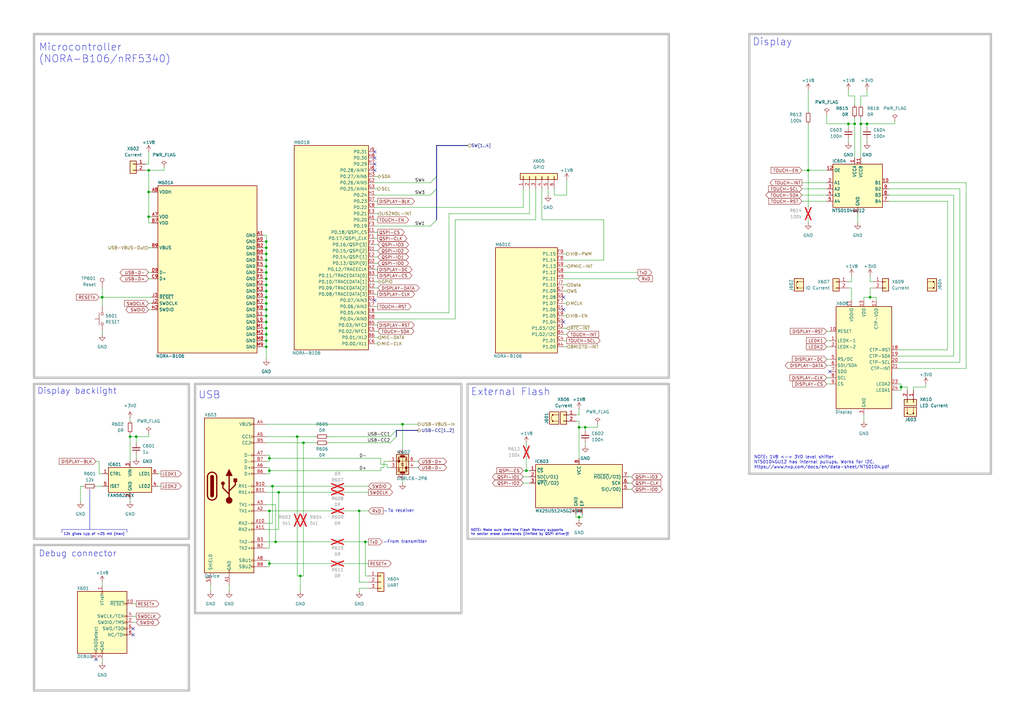
<source format=kicad_sch>
(kicad_sch (version 20250114) (generator "eeschema") (generator_version "9.0")
  (paper "A3")
  (title_block (title "MCU") (date "2025-07-13") (rev "${REVISION}") (company "${COMPANY}"))
  (text "From transmitter" (at 167.005 222.25 0) (effects (font (size 1.27 1.27))))
  (text "To receiver" (at 164.465 209.55 0) (effects (font (size 1.27 1.27))))
  (text "12k gives I_{LED} of <25 mA (max)" (at 26.035 219.71 0) (effects (font (size 1 1)) (justify left bottom)))
  (text "NOTE: Make sure that the Flash Memory supports\n4k sector erase commands (limited by QSPI driver)!" (at 193.04 219.71 0) (effects (font (size 1 1)) (justify left bottom)))
  (text "Display backlight" (at 15.24 161.925 0) (effects (font (size 2.5 2.5)) (justify left bottom)))
  (text "Display" (at 308.61 19.05 0) (effects (font (size 3 3)) (justify left bottom)))
  (text "Debug connector" (at 15.875 228.6 0) (effects (font (size 2.5 2.5)) (justify left bottom)))
  (text "USB" (at 81.28 163.83 0) (effects (font (size 3 3)) (justify left bottom)))
  (text "NOTE: 1V8 <-> 3V0 level shifter\nNTS0104GU12 has internal pullups. Works for I2C.\nhttps://www.nxp.com/docs/en/data-sheet/NTS0104.pdf" (at 309.245 192.405 0) (effects (font (size 1.27 1.27)) (justify left bottom)))
  (text "Microcontroller\n(NORA-B106/nRF5340)" (at 15.875 26.035 0) (effects (font (size 3 3)) (justify left bottom)))
  (text "External Flash" (at 193.04 162.56 0) (effects (font (size 3 3)) (justify left bottom)))
  (junction (at 109.22 124.46))
  (junction (at 109.22 109.22))
  (junction (at 124.46 181.61))
  (junction (at 109.22 101.6))
  (junction (at 109.22 132.08))
  (junction (at 110.49 187.96))
  (junction (at 109.22 116.84))
  (junction (at 215.9 193.04))
  (junction (at 240.03 175.26))
  (junction (at 109.22 114.3))
  (junction (at 109.22 139.7))
  (junction (at 147.32 209.55))
  (junction (at 347.98 50.8))
  (junction (at 60.96 69.85))
  (junction (at 109.22 111.76))
  (junction (at 53.34 179.07))
  (junction (at 113.03 222.25))
  (junction (at 109.22 142.24))
  (junction (at 353.06 50.8))
  (junction (at 111.76 199.39))
  (junction (at 109.22 106.68))
  (junction (at 109.22 119.38))
  (junction (at 121.92 179.07))
  (junction (at 109.22 129.54))
  (junction (at 109.22 99.06))
  (junction (at 109.22 121.92))
  (junction (at 149.86 222.25))
  (junction (at 55.88 179.07))
  (junction (at 165.1 173.99))
  (junction (at 350.52 50.8))
  (junction (at 123.19 236.22))
  (junction (at 109.22 137.16))
  (junction (at 41.91 121.92))
  (junction (at 369.57 158.75))
  (junction (at 110.49 231.14))
  (junction (at 60.96 78.74))
  (junction (at 109.22 134.62))
  (junction (at 331.47 69.85))
  (junction (at 237.49 175.26))
  (junction (at 110.49 209.55))
  (junction (at 109.22 127))
  (junction (at 109.22 104.14))
  (junction (at 60.96 88.9))
  (junction (at 356.87 121.92))
  (junction (at 110.49 193.04))
  (junction (at 355.6 50.8))
  (junction (at 237.49 212.09))
  (junction (at 114.3 201.93))
  (no_connect (at 340.36 152.4))
  (no_connect (at 153.67 67.31))
  (no_connect (at 231.14 127))
  (no_connect (at 153.67 69.85))
  (no_connect (at 153.67 123.19))
  (no_connect (at 153.67 62.23))
  (no_connect (at 54.61 260.35))
  (no_connect (at 231.14 121.92))
  (no_connect (at 153.67 64.77))
  (no_connect (at 39.37 270.51))
  (no_connect (at 231.14 132.08))
  (no_connect (at 54.61 257.81))
  (bus_entry (at 179.07 72.39) (size -2.54 2.54))
  (bus_entry (at 160.02 181.61) (size 2.54 -2.54))
  (bus_entry (at 179.07 90.17) (size -2.54 2.54))
  (bus_entry (at 160.02 179.07) (size 2.54 -2.54))
  (bus_entry (at 179.07 77.47) (size -2.54 2.54))
  (wire (pts (xy 354.33 170.18) (xy 354.33 172.72)))
  (wire (pts (xy 237.49 172.72) (xy 237.49 175.26)))
  (wire (pts (xy 41.91 199.39) (xy 39.37 199.39)))
  (wire (pts (xy 40.64 194.31) (xy 40.64 189.23)))
  (wire (pts (xy 339.09 147.32) (xy 340.36 147.32)))
  (wire (pts (xy 140.97 209.55) (xy 147.32 209.55)))
  (wire (pts (xy 55.88 179.07) (xy 55.88 181.61)))
  (wire (pts (xy 55.88 179.07) (xy 53.34 179.07)))
  (wire (pts (xy 110.49 232.41) (xy 109.22 232.41)))
  (wire (pts (xy 240.03 175.26) (xy 240.03 176.53)))
  (wire (pts (xy 55.88 186.69) (xy 55.88 187.96)))
  (wire (pts (xy 349.25 113.03) (xy 349.25 115.57)))
  (wire (pts (xy 186.69 90.17) (xy 186.69 130.81)))
  (wire (pts (xy 153.67 140.97) (xy 154.94 140.97)))
  (polyline (pts (xy 52.07 217.17) (xy 52.07 218.44)))
  (wire (pts (xy 109.22 222.25) (xy 113.03 222.25)))
  (wire (pts (xy 149.86 236.22) (xy 149.86 222.25)))
  (wire (pts (xy 353.06 48.26) (xy 353.06 50.8)))
  (wire (pts (xy 339.09 139.7) (xy 340.36 139.7)))
  (wire (pts (xy 109.22 142.24) (xy 109.22 147.32)))
  (wire (pts (xy 339.09 46.99) (xy 339.09 50.8)))
  (polyline (pts (xy 274.32 13.97) (xy 13.97 13.97)) (stroke (width 1) (type solid) (color 194 194 194 1)))
  (wire (pts (xy 41.91 121.92) (xy 41.91 125.73)))
  (wire (pts (xy 391.16 80.01) (xy 391.16 146.05)))
  (wire (pts (xy 147.32 209.55) (xy 151.13 209.55)))
  (wire (pts (xy 240.03 181.61) (xy 240.03 182.88)))
  (wire (pts (xy 372.11 158.75) (xy 372.11 160.02)))
  (wire (pts (xy 109.22 99.06) (xy 109.22 101.6)))
  (wire (pts (xy 109.22 111.76) (xy 109.22 114.3)))
  (wire (pts (xy 60.96 62.23) (xy 60.96 67.31)))
  (wire (pts (xy 153.67 135.89) (xy 154.94 135.89)))
  (wire (pts (xy 121.92 179.07) (xy 121.92 210.82)))
  (wire (pts (xy 110.49 191.77) (xy 110.49 193.04)))
  (polyline (pts (xy 274.32 154.94) (xy 13.97 154.94)) (stroke (width 1) (type solid) (color 194 194 194 1)))
  (wire (pts (xy 153.67 113.03) (xy 154.94 113.03)))
  (wire (pts (xy 374.65 158.75) (xy 379.73 158.75)))
  (wire (pts (xy 53.34 171.45) (xy 53.34 172.72)))
  (wire (pts (xy 110.49 231.14) (xy 135.89 231.14)))
  (polyline (pts (xy 25.4 217.17) (xy 25.4 218.44)))
  (wire (pts (xy 67.31 69.85) (xy 67.31 68.58)))
  (wire (pts (xy 109.22 127) (xy 109.22 129.54)))
  (wire (pts (xy 238.76 210.82) (xy 238.76 212.09)))
  (wire (pts (xy 247.65 106.68) (xy 247.65 90.17)))
  (wire (pts (xy 369.57 160.02) (xy 369.57 158.75)))
  (wire (pts (xy 140.97 231.14) (xy 151.13 231.14)))
  (wire (pts (xy 368.3 151.13) (xy 396.24 151.13)))
  (wire (pts (xy 231.14 119.38) (xy 232.41 119.38)))
  (wire (pts (xy 214.63 77.47) (xy 214.63 85.09)))
  (wire (pts (xy 153.67 120.65) (xy 154.94 120.65)))
  (wire (pts (xy 109.22 209.55) (xy 110.49 209.55)))
  (wire (pts (xy 232.41 73.66) (xy 232.41 80.01)))
  (wire (pts (xy 231.14 137.16) (xy 232.41 137.16)))
  (wire (pts (xy 170.18 191.77) (xy 171.45 191.77)))
  (wire (pts (xy 328.93 82.55) (xy 339.09 82.55)))
  (wire (pts (xy 245.11 175.26) (xy 245.11 173.99)))
  (wire (pts (xy 147.32 241.3) (xy 151.13 241.3)))
  (wire (pts (xy 153.67 100.33) (xy 154.94 100.33)))
  (wire (pts (xy 153.67 115.57) (xy 154.94 115.57)))
  (wire (pts (xy 124.46 181.61) (xy 124.46 210.82)))
  (wire (pts (xy 153.67 82.55) (xy 154.94 82.55)))
  (wire (pts (xy 59.69 67.31) (xy 60.96 67.31)))
  (wire (pts (xy 111.76 214.63) (xy 111.76 199.39)))
  (wire (pts (xy 109.22 134.62) (xy 107.95 134.62)))
  (bus (pts (xy 179.07 72.39) (xy 179.07 77.47)))
  (polyline (pts (xy 38.1 217.17) (xy 25.4 217.17)))
  (wire (pts (xy 153.67 72.39) (xy 154.94 72.39)))
  (polyline (pts (xy 307.34 194.31) (xy 406.4 194.31)) (stroke (width 1) (type solid) (color 194 194 194 1)))
  (wire (pts (xy 153.67 80.01) (xy 176.53 80.01)))
  (polyline (pts (xy 36.83 200.66) (xy 36.83 207.01)))
  (wire (pts (xy 109.22 124.46) (xy 109.22 127)))
  (wire (pts (xy 109.22 173.99) (xy 165.1 173.99)))
  (wire (pts (xy 41.91 270.51) (xy 41.91 271.78)))
  (wire (pts (xy 109.22 137.16) (xy 109.22 139.7)))
  (polyline (pts (xy 274.32 157.48) (xy 274.32 220.98)) (stroke (width 1) (type solid) (color 194 194 194 1)))
  (wire (pts (xy 339.09 142.24) (xy 340.36 142.24)))
  (wire (pts (xy 151.13 236.22) (xy 149.86 236.22)))
  (polyline (pts (xy 406.4 194.31) (xy 406.4 13.97)) (stroke (width 1) (type solid) (color 194 194 194 1)))
  (wire (pts (xy 109.22 137.16) (xy 107.95 137.16)))
  (wire (pts (xy 339.09 50.8) (xy 347.98 50.8)))
  (wire (pts (xy 217.17 77.47) (xy 217.17 87.63)))
  (wire (pts (xy 236.22 210.82) (xy 236.22 212.09)))
  (wire (pts (xy 39.37 189.23) (xy 40.64 189.23)))
  (wire (pts (xy 331.47 69.85) (xy 339.09 69.85)))
  (wire (pts (xy 135.89 201.93) (xy 114.3 201.93)))
  (wire (pts (xy 237.49 167.64) (xy 237.49 170.18)))
  (wire (pts (xy 165.1 196.85) (xy 165.1 198.12)))
  (wire (pts (xy 60.96 124.46) (xy 62.23 124.46)))
  (wire (pts (xy 331.47 69.85) (xy 331.47 85.09)))
  (wire (pts (xy 231.14 111.76) (xy 261.62 111.76)))
  (wire (pts (xy 214.63 198.12) (xy 217.17 198.12)))
  (wire (pts (xy 231.14 134.62) (xy 232.41 134.62)))
  (wire (pts (xy 186.69 130.81) (xy 153.67 130.81)))
  (polyline (pts (xy 191.77 157.48) (xy 191.77 220.98)) (stroke (width 1) (type solid) (color 194 194 194 1)))
  (wire (pts (xy 149.86 222.25) (xy 151.13 222.25)))
  (wire (pts (xy 237.49 175.26) (xy 240.03 175.26)))
  (wire (pts (xy 109.22 217.17) (xy 114.3 217.17)))
  (wire (pts (xy 359.41 121.92) (xy 359.41 123.19)))
  (wire (pts (xy 53.34 204.47) (xy 53.34 205.74)))
  (wire (pts (xy 53.34 179.07) (xy 53.34 189.23)))
  (wire (pts (xy 356.87 113.03) (xy 356.87 115.57)))
  (polyline (pts (xy 80.01 157.48) (xy 189.23 157.48)) (stroke (width 1) (type solid) (color 194 194 194 1)))
  (wire (pts (xy 109.22 119.38) (xy 107.95 119.38)))
  (wire (pts (xy 217.17 87.63) (xy 184.15 87.63)))
  (wire (pts (xy 153.67 118.11) (xy 154.94 118.11)))
  (wire (pts (xy 237.49 212.09) (xy 238.76 212.09)))
  (wire (pts (xy 236.22 170.18) (xy 237.49 170.18)))
  (bus (pts (xy 191.77 59.69) (xy 179.07 59.69)))
  (wire (pts (xy 331.47 36.83) (xy 331.47 45.72)))
  (wire (pts (xy 129.54 181.61) (xy 124.46 181.61)))
  (wire (pts (xy 60.96 111.76) (xy 62.23 111.76)))
  (wire (pts (xy 109.22 121.92) (xy 109.22 124.46)))
  (wire (pts (xy 109.22 127) (xy 107.95 127)))
  (wire (pts (xy 109.22 186.69) (xy 110.49 186.69)))
  (wire (pts (xy 219.71 90.17) (xy 186.69 90.17)))
  (polyline (pts (xy 38.1 217.17) (xy 52.07 217.17)))
  (wire (pts (xy 60.96 88.9) (xy 60.96 78.74)))
  (wire (pts (xy 54.61 247.65) (xy 55.88 247.65)))
  (wire (pts (xy 110.49 187.96) (xy 156.21 187.96)))
  (wire (pts (xy 231.14 129.54) (xy 232.41 129.54)))
  (polyline (pts (xy 77.47 157.48) (xy 77.47 220.98)) (stroke (width 1) (type solid) (color 194 194 194 1)))
  (wire (pts (xy 396.24 74.93) (xy 364.49 74.93)))
  (wire (pts (xy 231.14 114.3) (xy 261.62 114.3)))
  (polyline (pts (xy 307.34 13.97) (xy 307.34 194.31)) (stroke (width 1) (type solid) (color 194 194 194 1)))
  (polyline (pts (xy 274.32 13.97) (xy 274.32 154.94)) (stroke (width 1) (type solid) (color 194 194 194 1)))
  (wire (pts (xy 109.22 111.76) (xy 107.95 111.76)))
  (wire (pts (xy 153.67 90.17) (xy 154.94 90.17)))
  (wire (pts (xy 135.89 199.39) (xy 111.76 199.39)))
  (wire (pts (xy 328.93 69.85) (xy 331.47 69.85)))
  (wire (pts (xy 109.22 116.84) (xy 109.22 119.38)))
  (wire (pts (xy 109.22 229.87) (xy 110.49 229.87)))
  (wire (pts (xy 109.22 191.77) (xy 110.49 191.77)))
  (wire (pts (xy 109.22 116.84) (xy 107.95 116.84)))
  (bus (pts (xy 162.56 179.07) (xy 162.56 176.53)))
  (polyline (pts (xy 274.32 157.48) (xy 191.77 157.48)) (stroke (width 1) (type solid) (color 194 194 194 1)))
  (wire (pts (xy 60.96 101.6) (xy 62.23 101.6)))
  (wire (pts (xy 393.7 77.47) (xy 393.7 148.59)))
  (wire (pts (xy 124.46 236.22) (xy 124.46 215.9)))
  (wire (pts (xy 358.14 115.57) (xy 356.87 115.57)))
  (wire (pts (xy 129.54 179.07) (xy 121.92 179.07)))
  (wire (pts (xy 153.67 97.79) (xy 154.94 97.79)))
  (wire (pts (xy 60.96 91.44) (xy 60.96 88.9)))
  (wire (pts (xy 60.96 69.85) (xy 67.31 69.85)))
  (wire (pts (xy 350.52 50.8) (xy 350.52 64.77)))
  (wire (pts (xy 231.14 116.84) (xy 232.41 116.84)))
  (wire (pts (xy 147.32 241.3) (xy 147.32 242.57)))
  (wire (pts (xy 110.49 193.04) (xy 110.49 194.31)))
  (wire (pts (xy 231.14 106.68) (xy 247.65 106.68)))
  (wire (pts (xy 158.75 191.77) (xy 160.02 191.77)))
  (wire (pts (xy 237.49 175.26) (xy 237.49 187.96)))
  (polyline (pts (xy 157.48 209.55) (xy 158.75 209.55)))
  (wire (pts (xy 109.22 96.52) (xy 109.22 99.06)))
  (wire (pts (xy 156.21 187.96) (xy 156.21 190.5)))
  (wire (pts (xy 153.67 74.93) (xy 176.53 74.93)))
  (polyline (pts (xy 274.32 220.98) (xy 191.77 220.98)) (stroke (width 1) (type solid) (color 194 194 194 1)))
  (wire (pts (xy 157.48 191.77) (xy 157.48 189.23)))
  (polyline (pts (xy 13.97 223.52) (xy 77.47 223.52)) (stroke (width 1) (type solid) (color 194 194 194 1)))
  (wire (pts (xy 111.76 199.39) (xy 109.22 199.39)))
  (wire (pts (xy 151.13 238.76) (xy 147.32 238.76)))
  (wire (pts (xy 153.67 87.63) (xy 154.94 87.63)))
  (wire (pts (xy 41.91 238.76) (xy 41.91 240.03)))
  (wire (pts (xy 110.49 193.04) (xy 156.21 193.04)))
  (wire (pts (xy 109.22 194.31) (xy 110.49 194.31)))
  (wire (pts (xy 55.88 179.07) (xy 60.96 179.07)))
  (wire (pts (xy 396.24 74.93) (xy 396.24 151.13)))
  (wire (pts (xy 109.22 104.14) (xy 107.95 104.14)))
  (polyline (pts (xy 189.23 157.48) (xy 189.23 251.46)) (stroke (width 1) (type solid) (color 194 194 194 1)))
  (wire (pts (xy 109.22 119.38) (xy 109.22 121.92)))
  (wire (pts (xy 54.61 255.27) (xy 55.88 255.27)))
  (wire (pts (xy 170.18 189.23) (xy 171.45 189.23)))
  (wire (pts (xy 109.22 96.52) (xy 107.95 96.52)))
  (wire (pts (xy 40.64 121.92) (xy 41.91 121.92)))
  (wire (pts (xy 110.49 231.14) (xy 110.49 232.41)))
  (polyline (pts (xy 77.47 157.48) (xy 13.97 157.48)) (stroke (width 1) (type solid) (color 194 194 194 1)))
  (wire (pts (xy 331.47 50.8) (xy 331.47 69.85)))
  (wire (pts (xy 215.9 193.04) (xy 217.17 193.04)))
  (wire (pts (xy 109.22 99.06) (xy 107.95 99.06)))
  (wire (pts (xy 109.22 129.54) (xy 109.22 132.08)))
  (wire (pts (xy 109.22 134.62) (xy 109.22 137.16)))
  (wire (pts (xy 110.49 229.87) (xy 110.49 231.14)))
  (wire (pts (xy 214.63 193.04) (xy 215.9 193.04)))
  (wire (pts (xy 369.57 158.75) (xy 369.57 157.48)))
  (wire (pts (xy 109.22 132.08) (xy 107.95 132.08)))
  (wire (pts (xy 64.77 199.39) (xy 66.04 199.39)))
  (wire (pts (xy 140.97 199.39) (xy 151.13 199.39)))
  (wire (pts (xy 124.46 181.61) (xy 109.22 181.61)))
  (wire (pts (xy 388.62 82.55) (xy 388.62 143.51)))
  (polyline (pts (xy 406.4 13.97) (xy 307.34 13.97)) (stroke (width 1) (type solid) (color 194 194 194 1)))
  (wire (pts (xy 214.63 195.58) (xy 217.17 195.58)))
  (wire (pts (xy 109.22 142.24) (xy 107.95 142.24)))
  (wire (pts (xy 59.69 69.85) (xy 60.96 69.85)))
  (bus (pts (xy 179.07 59.69) (xy 179.07 72.39)))
  (wire (pts (xy 328.93 77.47) (xy 339.09 77.47)))
  (wire (pts (xy 328.93 74.93) (xy 339.09 74.93)))
  (wire (pts (xy 351.79 87.63) (xy 351.79 91.44)))
  (wire (pts (xy 219.71 77.47) (xy 219.71 90.17)))
  (wire (pts (xy 109.22 207.01) (xy 113.03 207.01)))
  (wire (pts (xy 54.61 252.73) (xy 55.88 252.73)))
  (wire (pts (xy 328.93 80.01) (xy 339.09 80.01)))
  (wire (pts (xy 367.03 50.8) (xy 367.03 49.53)))
  (wire (pts (xy 165.1 173.99) (xy 165.1 184.15)))
  (wire (pts (xy 347.98 52.07) (xy 347.98 50.8)))
  (wire (pts (xy 109.22 114.3) (xy 109.22 116.84)))
  (wire (pts (xy 339.09 135.89) (xy 340.36 135.89)))
  (wire (pts (xy 231.14 124.46) (xy 232.41 124.46)))
  (polyline (pts (xy 77.47 220.98) (xy 13.97 220.98)) (stroke (width 1) (type solid) (color 194 194 194 1)))
  (wire (pts (xy 350.52 39.37) (xy 350.52 43.18)))
  (wire (pts (xy 350.52 48.26) (xy 350.52 50.8)))
  (wire (pts (xy 231.14 142.24) (xy 232.41 142.24)))
  (wire (pts (xy 374.65 160.02) (xy 374.65 158.75)))
  (wire (pts (xy 153.67 102.87) (xy 154.94 102.87)))
  (wire (pts (xy 109.22 139.7) (xy 107.95 139.7)))
  (wire (pts (xy 356.87 121.92) (xy 359.41 121.92)))
  (wire (pts (xy 124.46 236.22) (xy 123.19 236.22)))
  (wire (pts (xy 109.22 109.22) (xy 109.22 111.76)))
  (wire (pts (xy 34.29 199.39) (xy 33.02 199.39)))
  (wire (pts (xy 123.19 236.22) (xy 123.19 242.57)))
  (wire (pts (xy 355.6 36.83) (xy 355.6 39.37)))
  (wire (pts (xy 184.15 87.63) (xy 184.15 128.27)))
  (wire (pts (xy 41.91 121.92) (xy 62.23 121.92)))
  (wire (pts (xy 224.79 77.47) (xy 224.79 80.01)))
  (wire (pts (xy 121.92 179.07) (xy 109.22 179.07)))
  (wire (pts (xy 114.3 201.93) (xy 114.3 217.17)))
  (wire (pts (xy 113.03 222.25) (xy 135.89 222.25)))
  (wire (pts (xy 134.62 181.61) (xy 160.02 181.61)))
  (bus (pts (xy 162.56 176.53) (xy 171.45 176.53)))
  (wire (pts (xy 355.6 52.07) (xy 355.6 50.8)))
  (wire (pts (xy 379.73 158.75) (xy 379.73 157.48)))
  (wire (pts (xy 33.02 199.39) (xy 33.02 205.74)))
  (wire (pts (xy 240.03 175.26) (xy 245.11 175.26)))
  (polyline (pts (xy 13.97 157.48) (xy 13.97 220.98)) (stroke (width 1) (type solid) (color 194 194 194 1)))
  (wire (pts (xy 109.22 214.63) (xy 111.76 214.63)))
  (wire (pts (xy 109.22 139.7) (xy 109.22 142.24)))
  (wire (pts (xy 364.49 82.55) (xy 388.62 82.55)))
  (wire (pts (xy 140.97 222.25) (xy 149.86 222.25)))
  (wire (pts (xy 153.67 95.25) (xy 154.94 95.25)))
  (bus (pts (xy 179.07 77.47) (xy 179.07 90.17)))
  (wire (pts (xy 339.09 154.94) (xy 340.36 154.94)))
  (wire (pts (xy 153.67 105.41) (xy 154.94 105.41)))
  (wire (pts (xy 41.91 194.31) (xy 40.64 194.31)))
  (polyline (pts (xy 80.01 251.46) (xy 189.23 251.46)) (stroke (width 1) (type solid) (color 194 194 194 1)))
  (wire (pts (xy 109.22 121.92) (xy 107.95 121.92)))
  (wire (pts (xy 109.22 106.68) (xy 107.95 106.68)))
  (wire (pts (xy 134.62 179.07) (xy 160.02 179.07)))
  (wire (pts (xy 109.22 132.08) (xy 109.22 134.62)))
  (wire (pts (xy 354.33 121.92) (xy 356.87 121.92)))
  (wire (pts (xy 109.22 101.6) (xy 109.22 104.14)))
  (polyline (pts (xy 13.97 13.97) (xy 13.97 154.94)) (stroke (width 1) (type solid) (color 194 194 194 1)))
  (wire (pts (xy 153.67 77.47) (xy 154.94 77.47)))
  (wire (pts (xy 60.96 114.3) (xy 62.23 114.3)))
  (wire (pts (xy 113.03 207.01) (xy 113.03 222.25)))
  (wire (pts (xy 368.3 157.48) (xy 369.57 157.48)))
  (wire (pts (xy 153.67 107.95) (xy 154.94 107.95)))
  (wire (pts (xy 60.96 69.85) (xy 60.96 78.74)))
  (wire (pts (xy 93.98 240.03) (xy 93.98 242.57)))
  (wire (pts (xy 355.6 50.8) (xy 367.03 50.8)))
  (wire (pts (xy 247.65 90.17) (xy 222.25 90.17)))
  (wire (pts (xy 86.36 240.03) (xy 86.36 242.57)))
  (wire (pts (xy 231.14 109.22) (xy 232.41 109.22)))
  (wire (pts (xy 347.98 57.15) (xy 347.98 58.42)))
  (wire (pts (xy 153.67 125.73) (xy 154.94 125.73)))
  (wire (pts (xy 368.3 146.05) (xy 391.16 146.05)))
  (wire (pts (xy 156.21 191.77) (xy 156.21 193.04)))
  (wire (pts (xy 110.49 224.79) (xy 110.49 209.55)))
  (wire (pts (xy 347.98 50.8) (xy 350.52 50.8)))
  (wire (pts (xy 109.22 106.68) (xy 109.22 109.22)))
  (wire (pts (xy 109.22 129.54) (xy 107.95 129.54)))
  (wire (pts (xy 109.22 114.3) (xy 107.95 114.3)))
  (wire (pts (xy 237.49 212.09) (xy 237.49 213.36)))
  (wire (pts (xy 140.97 201.93) (xy 151.13 201.93)))
  (polyline (pts (xy 13.97 283.21) (xy 77.47 283.21)) (stroke (width 1) (type solid) (color 194 194 194 1)))
  (wire (pts (xy 147.32 238.76) (xy 147.32 209.55)))
  (wire (pts (xy 41.91 118.11) (xy 41.91 121.92)))
  (wire (pts (xy 257.81 198.12) (xy 259.08 198.12)))
  (wire (pts (xy 347.98 115.57) (xy 349.25 115.57)))
  (wire (pts (xy 356.87 118.11) (xy 356.87 121.92)))
  (wire (pts (xy 156.21 190.5) (xy 158.75 190.5)))
  (wire (pts (xy 358.14 118.11) (xy 356.87 118.11)))
  (polyline (pts (xy 77.47 223.52) (xy 77.47 283.21)) (stroke (width 1) (type solid) (color 194 194 194 1)))
  (wire (pts (xy 110.49 186.69) (xy 110.49 187.96)))
  (wire (pts (xy 231.14 104.14) (xy 232.41 104.14)))
  (wire (pts (xy 215.9 187.96) (xy 215.9 193.04)))
  (wire (pts (xy 364.49 80.01) (xy 391.16 80.01)))
  (wire (pts (xy 227.33 80.01) (xy 227.33 77.47)))
  (wire (pts (xy 232.41 80.01) (xy 227.33 80.01)))
  (polyline (pts (xy 36.83 207.01) (xy 36.83 217.17)))
  (wire (pts (xy 257.81 195.58) (xy 259.08 195.58)))
  (wire (pts (xy 364.49 77.47) (xy 393.7 77.47)))
  (wire (pts (xy 165.1 173.99) (xy 171.45 173.99)))
  (wire (pts (xy 110.49 209.55) (xy 135.89 209.55)))
  (wire (pts (xy 347.98 36.83) (xy 347.98 39.37)))
  (polyline (pts (xy 13.97 223.52) (xy 13.97 283.21)) (stroke (width 1) (type solid) (color 194 194 194 1)))
  (wire (pts (xy 60.96 78.74) (xy 62.23 78.74)))
  (wire (pts (xy 153.67 85.09) (xy 214.63 85.09)))
  (wire (pts (xy 339.09 149.86) (xy 340.36 149.86)))
  (wire (pts (xy 368.3 143.51) (xy 388.62 143.51)))
  (wire (pts (xy 231.14 139.7) (xy 232.41 139.7)))
  (wire (pts (xy 353.06 43.18) (xy 353.06 39.37)))
  (wire (pts (xy 64.77 194.31) (xy 66.04 194.31)))
  (wire (pts (xy 114.3 201.93) (xy 109.22 201.93)))
  (wire (pts (xy 355.6 50.8) (xy 353.06 50.8)))
  (wire (pts (xy 121.92 215.9) (xy 121.92 236.22)))
  (wire (pts (xy 109.22 189.23) (xy 110.49 189.23)))
  (wire (pts (xy 109.22 124.46) (xy 107.95 124.46)))
  (wire (pts (xy 353.06 50.8) (xy 353.06 64.77)))
  (polyline (pts (xy 80.01 157.48) (xy 80.01 251.46)) (stroke (width 1) (type solid) (color 194 194 194 1)))
  (wire (pts (xy 60.96 127) (xy 62.23 127)))
  (wire (pts (xy 257.81 200.66) (xy 259.08 200.66)))
  (wire (pts (xy 158.75 190.5) (xy 158.75 191.77)))
  (wire (pts (xy 354.33 123.19) (xy 354.33 121.92)))
  (wire (pts (xy 153.67 138.43) (xy 154.94 138.43)))
  (wire (pts (xy 369.57 158.75) (xy 372.11 158.75)))
  (wire (pts (xy 153.67 92.71) (xy 176.53 92.71)))
  (wire (pts (xy 60.96 88.9) (xy 62.23 88.9)))
  (wire (pts (xy 153.67 133.35) (xy 154.94 133.35)))
  (wire (pts (xy 110.49 187.96) (xy 110.49 189.23)))
  (wire (pts (xy 339.09 157.48) (xy 340.36 157.48)))
  (wire (pts (xy 331.47 90.17) (xy 331.47 91.44)))
  (wire (pts (xy 62.23 91.44) (xy 60.96 91.44)))
  (wire (pts (xy 153.67 110.49) (xy 154.94 110.49)))
  (wire (pts (xy 215.9 181.61) (xy 215.9 182.88)))
  (wire (pts (xy 109.22 109.22) (xy 107.95 109.22)))
  (wire (pts (xy 368.3 160.02) (xy 369.57 160.02)))
  (wire (pts (xy 236.22 212.09) (xy 237.49 212.09)))
  (wire (pts (xy 41.91 135.89) (xy 41.91 137.16)))
  (wire (pts (xy 156.21 191.77) (xy 157.48 191.77)))
  (wire (pts (xy 157.48 189.23) (xy 160.02 189.23)))
  (wire (pts (xy 153.67 128.27) (xy 184.15 128.27)))
  (wire (pts (xy 353.06 39.37) (xy 355.6 39.37)))
  (wire (pts (xy 222.25 77.47) (xy 222.25 90.17)))
  (polyline (pts (xy 157.48 222.25) (xy 158.75 222.25)))
  (wire (pts (xy 347.98 39.37) (xy 350.52 39.37)))
  (wire (pts (xy 236.22 172.72) (xy 237.49 172.72)))
  (wire (pts (xy 109.22 224.79) (xy 110.49 224.79)))
  (wire (pts (xy 347.98 118.11) (xy 349.25 118.11)))
  (wire (pts (xy 109.22 101.6) (xy 107.95 101.6)))
  (wire (pts (xy 53.34 177.8) (xy 53.34 179.07)))
  (wire (pts (xy 60.96 179.07) (xy 60.96 177.8)))
  (wire (pts (xy 355.6 57.15) (xy 355.6 58.42)))
  (wire (pts (xy 393.7 148.59) (xy 368.3 148.59)))
  (wire (pts (xy 349.25 118.11) (xy 349.25 123.19)))
  (wire (pts (xy 121.92 236.22) (xy 123.19 236.22)))
  (wire (pts (xy 109.22 104.14) (xy 109.22 106.68)))
  (label "SW1" (at 170.18 92.71 0))
  (label "USB-CC2" (at 160.02 181.61 180))
  (label "SW4" (at 170.18 74.93 0))
  (label "SW3" (at 170.18 80.01 0))
  (label "D-" (at 147.32 187.96 0))
  (label "USB-CC1" (at 160.02 179.07 180))
  (label "D+" (at 147.32 193.04 0))
  (global_label "QSPI-CLK" (shape output) (at 154.94 97.79 0) (property "Intersheetrefs" "${INTERSHEET_REFS}" (effects (hide yes))))
  (global_label "DISPLAY-RST" (shape output) (at 154.94 133.35 0) (property "Intersheetrefs" "${INTERSHEET_REFS}" (effects (hide yes))))
  (global_label "SWDCLK" (shape output) (at 151.13 201.93 0) (property "Intersheetrefs" "${INTERSHEET_REFS}" (effects (hide yes))))
  (global_label "SWDCLK" (shape input) (at 60.96 124.46 180) (property "Intersheetrefs" "${INTERSHEET_REFS}" (effects (hide yes))))
  (global_label "USB-D+" (shape bidirectional) (at 171.45 189.23 0) (property "Intersheetrefs" "${INTERSHEET_REFS}" (effects (hide yes))))
  (global_label "TxD" (shape output) (at 151.13 222.25 0) (property "Intersheetrefs" "${INTERSHEET_REFS}" (effects (hide yes))))
  (global_label "QSPI-CS" (shape output) (at 154.94 95.25 0) (property "Intersheetrefs" "${INTERSHEET_REFS}" (effects (hide yes))))
  (global_label "QSPI-IO0" (shape bidirectional) (at 259.08 200.66 0) (property "Intersheetrefs" "${INTERSHEET_REFS}" (effects (hide yes))))
  (global_label "TOUCH-SDA" (shape bidirectional) (at 154.94 135.89 0) (property "Intersheetrefs" "${INTERSHEET_REFS}" (effects (hide yes))))
  (global_label "LEDK2" (shape output) (at 66.04 199.39 0) (property "Intersheetrefs" "${INTERSHEET_REFS}" (effects (hide yes))))
  (global_label "TOUCH-RST" (shape output) (at 154.94 125.73 0) (property "Intersheetrefs" "${INTERSHEET_REFS}" (effects (hide yes))))
  (global_label "SWDIO" (shape bidirectional) (at 151.13 199.39 0) (property "Intersheetrefs" "${INTERSHEET_REFS}" (effects (hide yes))))
  (global_label "RESETn" (shape input) (at 40.64 121.92 180) (property "Intersheetrefs" "${INTERSHEET_REFS}" (effects (hide yes))))
  (global_label "SWDIO" (shape bidirectional) (at 55.88 255.27 0) (property "Intersheetrefs" "${INTERSHEET_REFS}" (effects (hide yes))))
  (global_label "LEDK1" (shape output) (at 66.04 194.31 0) (property "Intersheetrefs" "${INTERSHEET_REFS}" (effects (hide yes))))
  (global_label "SWDIO" (shape bidirectional) (at 60.96 127 180) (property "Intersheetrefs" "${INTERSHEET_REFS}" (effects (hide yes))))
  (global_label "QSPI-IO0" (shape bidirectional) (at 154.94 107.95 0) (property "Intersheetrefs" "${INTERSHEET_REFS}" (effects (hide yes))))
  (global_label "QSPI-IO3" (shape bidirectional) (at 154.94 100.33 0) (property "Intersheetrefs" "${INTERSHEET_REFS}" (effects (hide yes))))
  (global_label "QSPI-IO1" (shape bidirectional) (at 214.63 195.58 180) (property "Intersheetrefs" "${INTERSHEET_REFS}" (effects (hide yes))))
  (global_label "QSPI-IO1" (shape bidirectional) (at 154.94 105.41 0) (property "Intersheetrefs" "${INTERSHEET_REFS}" (effects (hide yes))))
  (global_label "DISPLAY-BLK" (shape input) (at 39.37 189.23 180) (property "Intersheetrefs" "${INTERSHEET_REFS}" (effects (hide yes))))
  (global_label "DISPLAY-CLK" (shape input) (at 339.09 154.94 180) (property "Intersheetrefs" "${INTERSHEET_REFS}" (effects (hide yes))))
  (global_label "DISPLAY-DATA" (shape bidirectional) (at 339.09 149.86 180) (property "Intersheetrefs" "${INTERSHEET_REFS}" (effects (hide yes))))
  (global_label "TOUCH-INT" (shape output) (at 328.93 74.93 180) (property "Intersheetrefs" "${INTERSHEET_REFS}" (effects (hide yes))))
  (global_label "QSPI-CLK" (shape input) (at 259.08 198.12 0) (property "Intersheetrefs" "${INTERSHEET_REFS}" (effects (hide yes))))
  (global_label "DISPLAY-DATA" (shape bidirectional) (at 154.94 118.11 0) (property "Intersheetrefs" "${INTERSHEET_REFS}" (effects (hide yes))))
  (global_label "DISPLAY-DC" (shape output) (at 154.94 110.49 0) (property "Intersheetrefs" "${INTERSHEET_REFS}" (effects (hide yes))))
  (global_label "TOUCH-INT" (shape input) (at 232.41 137.16 0) (property "Intersheetrefs" "${INTERSHEET_REFS}" (effects (hide yes))))
  (global_label "TOUCH-SCL" (shape output) (at 232.41 139.7 0) (property "Intersheetrefs" "${INTERSHEET_REFS}" (effects (hide yes))))
  (global_label "QSPI-IO3" (shape bidirectional) (at 259.08 195.58 0) (property "Intersheetrefs" "${INTERSHEET_REFS}" (effects (hide yes))))
  (global_label "TOUCH-RST" (shape input) (at 328.93 82.55 180) (property "Intersheetrefs" "${INTERSHEET_REFS}" (effects (hide yes))))
  (global_label "QSPI-IO2" (shape bidirectional) (at 154.94 102.87 0) (property "Intersheetrefs" "${INTERSHEET_REFS}" (effects (hide yes))))
  (global_label "LEDK2" (shape input) (at 339.09 142.24 180) (property "Intersheetrefs" "${INTERSHEET_REFS}" (effects (hide yes))))
  (global_label "DISPLAY-BLK" (shape output) (at 154.94 82.55 0) (property "Intersheetrefs" "${INTERSHEET_REFS}" (effects (hide yes))))
  (global_label "RxD" (shape input) (at 261.62 114.3 0) (property "Intersheetrefs" "${INTERSHEET_REFS}" (effects (hide yes))))
  (global_label "DISPLAY-CLK" (shape output) (at 154.94 120.65 0) (property "Intersheetrefs" "${INTERSHEET_REFS}" (effects (hide yes))))
  (global_label "RESETn" (shape output) (at 151.13 231.14 0) (property "Intersheetrefs" "${INTERSHEET_REFS}" (effects (hide yes))))
  (global_label "USB-D-" (shape bidirectional) (at 60.96 111.76 180) (property "Intersheetrefs" "${INTERSHEET_REFS}" (effects (hide yes))))
  (global_label "USB-D+" (shape bidirectional) (at 60.96 114.3 180) (property "Intersheetrefs" "${INTERSHEET_REFS}" (effects (hide yes))))
  (global_label "TOUCH-SCL" (shape input) (at 328.93 77.47 180) (property "Intersheetrefs" "${INTERSHEET_REFS}" (effects (hide yes))))
  (global_label "TOUCH-SDA" (shape bidirectional) (at 328.93 80.01 180) (property "Intersheetrefs" "${INTERSHEET_REFS}" (effects (hide yes))))
  (global_label "DISPLAY-CS" (shape input) (at 339.09 157.48 180) (property "Intersheetrefs" "${INTERSHEET_REFS}" (effects (hide yes))))
  (global_label "QSPI-IO2" (shape bidirectional) (at 214.63 198.12 180) (property "Intersheetrefs" "${INTERSHEET_REFS}" (effects (hide yes))))
  (global_label "LEDK1" (shape input) (at 339.09 139.7 180) (property "Intersheetrefs" "${INTERSHEET_REFS}" (effects (hide yes))))
  (global_label "SWDCLK" (shape output) (at 55.88 252.73 0) (property "Intersheetrefs" "${INTERSHEET_REFS}" (effects (hide yes))))
  (global_label "QSPI-CS" (shape input) (at 214.63 193.04 180) (property "Intersheetrefs" "${INTERSHEET_REFS}" (effects (hide yes))))
  (global_label "USB-D-" (shape bidirectional) (at 171.45 191.77 0) (property "Intersheetrefs" "${INTERSHEET_REFS}" (effects (hide yes))))
  (global_label "DISPLAY-CS" (shape output) (at 154.94 113.03 0) (property "Intersheetrefs" "${INTERSHEET_REFS}" (effects (hide yes))))
  (global_label "DISPLAY-DC" (shape input) (at 339.09 147.32 180) (property "Intersheetrefs" "${INTERSHEET_REFS}" (effects (hide yes))))
  (global_label "RxD" (shape input) (at 151.13 209.55 0) (property "Intersheetrefs" "${INTERSHEET_REFS}" (effects (hide yes))))
  (global_label "TxD" (shape output) (at 261.62 111.76 0) (property "Intersheetrefs" "${INTERSHEET_REFS}" (effects (hide yes))))
  (global_label "TOUCH-EN" (shape output) (at 154.94 90.17 0) (property "Intersheetrefs" "${INTERSHEET_REFS}" (effects (hide yes))))
  (global_label "RESETn" (shape output) (at 55.88 247.65 0) (property "Intersheetrefs" "${INTERSHEET_REFS}" (effects (hide yes))))
  (global_label "DISPLAY-RST" (shape input) (at 339.09 135.89 180) (property "Intersheetrefs" "${INTERSHEET_REFS}" (effects (hide yes))))
  (global_label "TOUCH-EN" (shape input) (at 328.93 69.85 180) (property "Intersheetrefs" "${INTERSHEET_REFS}" (effects (hide yes))))
  (hierarchical_label "PMIC-INT" (shape input) (at 232.41 109.22 0))
  (hierarchical_label "SW[1..4]" (shape input) (at 191.77 59.69 0))
  (hierarchical_label "USB-CC[1..2]" (shape output) (at 171.45 176.53 0))
  (hierarchical_label "GPIO" (shape bidirectional) (at 154.94 115.57 0))
  (hierarchical_label "MIC-DATA" (shape input) (at 154.94 138.43 0))
  (hierarchical_label "USB-VBUS-In" (shape output) (at 171.45 173.99 0))
  (hierarchical_label "Data" (shape input) (at 232.41 116.84 0))
  (hierarchical_label "WS" (shape input) (at 232.41 119.38 0))
  (hierarchical_label "~{RTC-INT}" (shape input) (at 232.41 134.62 0))
  (hierarchical_label "USB-VBUS-Out" (shape input) (at 60.96 101.6 180))
  (hierarchical_label "SCL" (shape output) (at 154.94 77.47 0))
  (hierarchical_label "MCLK" (shape output) (at 232.41 124.46 0))
  (hierarchical_label "BMI270-INT" (shape input) (at 232.41 142.24 0))
  (hierarchical_label "SDA" (shape bidirectional) (at 154.94 72.39 0))
  (hierarchical_label "MIC-CLK" (shape output) (at 154.94 140.97 0))
  (hierarchical_label "LIS2MDL-INT" (shape input) (at 154.94 87.63 0))
  (hierarchical_label "VIB-EN" (shape output) (at 232.41 129.54 0))
  (hierarchical_label "VIB-PWM" (shape output) (at 232.41 104.14 0))
  (symbol (lib_id "power:GND") (at 55.88 187.96 0) (unit 1)
    (property "Reference" "#PWR0607" (effects (hide yes)))
    (property "Value" "GND" (at 58.42 189.23 0) (effects (justify left)))
    (property "Description" "Power symbol creates a global label with name \"GND\" , ground" (effects (hide yes)))
  )
  (symbol (lib_id "Connector:Conn_ARM_JTAG_SWD_10") (at 41.91 255.27 0) (unit 1)
    (property "Reference" "X601" (at 36.576 241.3 0) (effects (justify right)))
    (property "Value" "DEBUG" (at 38.1 269.24 0) (effects (justify right)))
    (property "Footprint" "Samtec:SHF-105-01-L-D-SM-TR" (effects (hide yes)))
    (property "Datasheet" "https://gct.co/files/drawings/BD125.pdf" (effects (hide yes)))
    (property "Description" "Cortex Debug Connector, standard ARM Cortex-M SWD and JTAG interface" (effects (hide yes)))
    (property "manf" "GCT" (effects (hide yes)))
    (property "manf#" "BD125-10-A-0305-0580-L-B" (effects (hide yes)))
    (property "mouser#" "640-BD12510A305580LB" (effects (hide yes)))
  )
  (symbol (lib_id "Connector_Generic:Conn_01x02") (at 54.61 67.31 0) (mirror y) (unit 1)
    (property "Reference" "X602" (at 54.61 60.96 0))
    (property "Value" "Current" (at 54.61 63.5 0))
    (property "Footprint" "Connector_PinHeader_2.54mm:PinHeader_1x02_P2.54mm_Vertical" (effects (hide yes)))
    (property "Datasheet" "https://cdn.amphenol-cs.com/media/wysiwyg/files/documentation/datasheet/boardwiretoboard/bwb_bergstik.pdf" (effects (hide yes)))
    (property "Description" "Generic connector, single row, 01x02, script generated (kicad-library-utils/schlib/autogen/connector/)" (effects (hide yes)))
    (property "manf" "Amphenol FCI" (effects (hide yes)))
    (property "manf#" "77311-818-02LF" (effects (hide yes)))
    (property "mouser#" "649-77311-818-02LF" (effects (hide yes)))
  )
  (symbol (lib_id "power:GND") (at 86.36 242.57 0) (unit 1)
    (property "Reference" "#PWR0609" (effects (hide yes)))
    (property "Value" "GND" (at 86.36 247.65 0))
    (property "Description" "Power symbol creates a global label with name \"GND\" , ground" (effects (hide yes)))
  )
  (symbol (lib_id "power:GND") (at 41.91 137.16 0) (unit 1)
    (property "Reference" "#PWR0602" (effects (hide yes)))
    (property "Value" "GND" (at 41.91 142.24 0))
    (property "Description" "Power symbol creates a global label with name \"GND\" , ground" (effects (hide yes)))
  )
  (symbol (lib_id "power:+1V8") (at 215.9 181.61 0) (unit 1)
    (property "Reference" "#PWR0615" (effects (hide yes)))
    (property "Value" "+1V8" (at 215.9 177.8 0))
    (property "Description" "Power symbol creates a global label with name \"+1V8\"" (effects (hide yes)))
  )
  (symbol (lib_id "power:+1V8") (at 60.96 62.23 0) (unit 1)
    (property "Reference" "#PWR0608" (effects (hide yes)))
    (property "Value" "+1V8" (at 60.96 58.42 0))
    (property "Description" "Power symbol creates a global label with name \"+1V8\"" (effects (hide yes)))
  )
  (symbol (lib_id "power:PWR_FLAG") (at 339.09 46.99 0) (unit 1)
    (property "Reference" "#FLG0604" (effects (hide yes)))
    (property "Value" "PWR_FLAG" (at 339.09 41.91 0))
    (property "Description" "Special symbol for telling ERC where power comes from" (effects (hide yes)))
  )
  (symbol (lib_id "power:GND") (at 354.33 172.72 0) (unit 1)
    (property "Reference" "#PWR0627" (effects (hide yes)))
    (property "Value" "GND" (at 354.33 177.8 0))
    (property "Description" "Power symbol creates a global label with name \"GND\" , ground" (effects (hide yes)))
  )
  (symbol (lib_id "power:+1V8") (at 232.41 73.66 0) (unit 1)
    (property "Reference" "#PWR0617" (effects (hide yes)))
    (property "Value" "+1V8" (at 232.41 69.85 0))
    (property "Description" "Power symbol creates a global label with name \"+1V8\"" (effects (hide yes)))
  )
  (symbol (lib_id "Power_Protection:USBLC6-2P6") (at 165.1 189.23 0) (unit 1)
    (property "Reference" "IC602" (at 162.56 185.42 0) (effects (justify left)))
    (property "Value" "USBLC6-2P6" (at 162.56 196.215 0) (effects (justify left)))
    (property "Footprint" "Package_TO_SOT_SMD:SOT-666" (effects (hide yes)))
    (property "Datasheet" "https://www.st.com/resource/en/datasheet/usblc6-2.pdf" (effects (hide yes)))
    (property "Description" "Very low capacitance ESD protection diode, 2 data-line, SOT-666" (effects (hide yes)))
    (property "manf" "STMicroelectronics" (effects (hide yes)))
    (property "manf#" "USBLC6-2P6" (effects (hide yes)))
    (property "mouser#" "511-USBLC6-2P6" (effects (hide yes)))
  )
  (symbol (lib_id "power:GND") (at 165.1 198.12 0) (unit 1)
    (property "Reference" "#PWR0614" (effects (hide yes)))
    (property "Value" "GND" (effects (hide yes)))
    (property "Description" "Power symbol creates a global label with name \"GND\" , ground" (effects (hide yes)))
  )
  (symbol (lib_id "Device:R_Small") (at 138.43 201.93 270) (mirror x) (unit 1) (in_bom no) (dnp yes)
    (property "Reference" "R608" (at 138.43 204.47 90))
    (property "Value" "0R" (at 138.43 207.01 90))
    (property "Footprint" "Resistor_SMD:R_0805_2012Metric" (effects (hide yes)))
    (property "Description" "Resistor, small symbol" (effects (hide yes)))
    (property "manf" "Bourns" (effects (hide yes)))
    (property "manf#" "CR0805-J/-000ELF" (effects (hide yes)))
    (property "mouser#" "652-CR0805-J/-000ELF" (effects (hide yes)))
  )
  (symbol (lib_id "uBlox:NORA-B106") (at 86.36 110.49 0) (unit 1)
    (property "Reference" "M601" (at 67.945 74.93 0))
    (property "Value" "NORA-B106" (at 69.85 146.05 0))
    (property "Footprint" "uBlox:NORA-B106" (effects (hide yes)))
    (property "Datasheet" "https://www.u-blox.com/docs/UBX-20027119" (effects (hide yes)))
    (property "manf" "u-blox" (effects (hide yes)))
    (property "manf#" "NORA-B106-00B" (effects (hide yes)))
    (property "mouser#" "377-NORA-B106-00B" (effects (hide yes)))
  )
  (symbol (lib_id "Device:R_Small") (at 138.43 231.14 270) (mirror x) (unit 1) (in_bom no) (dnp yes)
    (property "Reference" "R611" (at 138.43 233.68 90))
    (property "Value" "0R" (at 138.43 236.22 90))
    (property "Footprint" "Resistor_SMD:R_0805_2012Metric" (effects (hide yes)))
    (property "Description" "Resistor, small symbol" (effects (hide yes)))
    (property "manf" "Bourns" (effects (hide yes)))
    (property "manf#" "CR0805-J/-000ELF" (effects (hide yes)))
    (property "mouser#" "652-CR0805-J/-000ELF" (effects (hide yes)))
  )
  (symbol (lib_id "Device:R_Small") (at 215.9 185.42 0) (unit 1) (in_bom no) (dnp yes)
    (property "Reference" "R612" (at 213.36 184.1499 0) (effects (justify right)))
    (property "Value" "100k" (at 213.36 186.6899 0) (effects (justify right)))
    (property "Footprint" "Resistor_SMD:R_0402_1005Metric" (effects (hide yes)))
    (property "Datasheet" "https://www.mouser.com/catalog/specsheets/YAGEO_PYu_RC_Group_51_RoHS_L_12.pdf" (effects (hide yes)))
    (property "Description" "Resistor, small symbol" (effects (hide yes)))
    (property "manf" "YAGEO" (effects (hide yes)))
    (property "manf#" "RC0402FR-07100KL" (effects (hide yes)))
    (property "mouser#" "603-RC0402FR-07100KL" (effects (hide yes)))
  )
  (symbol (lib_id "Misc:Jumper") (at 373.38 168.91 90) (unit 1) (on_board no)
    (property "Reference" "J603" (at 375.92 172.085 90) (effects (justify left)))
    (property "Value" "Jumper" (effects (hide yes)))
    (property "Datasheet" "https://www.we-online.com/katalog/datasheet/60900213421.pdf" (effects (hide yes)))
    (property "Description" "Generic jumper cap" (effects (hide yes)))
    (property "manf" "Würth Elektronik" (effects (hide yes)))
    (property "manf#" "60900213421" (effects (hide yes)))
    (property "mouser#" "710-60900213421" (effects (hide yes)))
  )
  (symbol (lib_id "power:+1V8") (at 41.91 238.76 0) (unit 1)
    (property "Reference" "#PWR0603" (effects (hide yes)))
    (property "Value" "+1V8" (at 41.91 234.95 0))
    (property "Description" "Power symbol creates a global label with name \"+1V8\"" (effects (hide yes)))
  )
  (symbol (lib_id "NXP:NTS0104GU12 (XQFN12)") (at 351.79 76.2 0) (unit 1)
    (property "Reference" "IC604" (at 344.17 66.04 0))
    (property "Value" "NTS0104GU12" (at 347.98 86.36 0))
    (property "Footprint" "Package_QFN:XQFN-12-1.7x2mm_P0.4mm" (effects (hide yes)))
    (property "Datasheet" "https://www.nxp.com/docs/en/data-sheet/NTS0104.pdf" (effects (hide yes)))
    (property "manf" "NXP Semiconductors" (effects (hide yes)))
    (property "manf#" "NTS0104GU12,115" (effects (hide yes)))
    (property "mouser#" "771-NTS0104GU12115" (effects (hide yes)))
  )
  (symbol (lib_id "Connector_Generic:Conn_01x02") (at 231.14 170.18 0) (mirror y) (unit 1)
    (property "Reference" "X606" (at 231.14 163.83 0))
    (property "Value" "Current" (at 231.14 166.37 0))
    (property "Footprint" "Connector_PinHeader_2.54mm:PinHeader_1x02_P2.54mm_Vertical" (effects (hide yes)))
    (property "Datasheet" "https://cdn.amphenol-cs.com/media/wysiwyg/files/documentation/datasheet/boardwiretoboard/bwb_bergstik.pdf" (effects (hide yes)))
    (property "Description" "Generic connector, single row, 01x02, script generated (kicad-library-utils/schlib/autogen/connector/)" (effects (hide yes)))
    (property "manf" "Amphenol FCI" (effects (hide yes)))
    (property "manf#" "77311-818-02LF" (effects (hide yes)))
    (property "mouser#" "649-77311-818-02LF" (effects (hide yes)))
  )
  (symbol (lib_id "Connector_Generic:Conn_01x03") (at 156.21 238.76 0) (unit 1)
    (property "Reference" "X604" (at 158.75 237.4899 0) (effects (justify left)))
    (property "Value" "UART" (at 158.75 240.0299 0) (effects (justify left)))
    (property "Footprint" "Connector_PinHeader_2.54mm:PinHeader_1x03_P2.54mm_Vertical" (effects (hide yes)))
    (property "Datasheet" "https://cdn.amphenol-cs.com/media/wysiwyg/files/documentation/datasheet/boardwiretoboard/bwb_bergstik.pdf" (effects (hide yes)))
    (property "Description" "Generic connector, single row, 01x03, script generated (kicad-library-utils/schlib/autogen/connector/)" (effects (hide yes)))
    (property "manf" "Amphenol FCI" (effects (hide yes)))
    (property "manf#" "77311-818-03LF" (effects (hide yes)))
    (property "mouser#" "649-77311-818-03LF" (effects (hide yes)))
  )
  (symbol (lib_id "Device:R_Small") (at 132.08 179.07 90) (mirror x) (unit 1)
    (property "Reference" "R605" (at 132.08 173.99 90))
    (property "Value" "0R" (at 132.08 176.53 90))
    (property "Footprint" "Resistor_SMD:R_0805_2012Metric" (effects (hide yes)))
    (property "Datasheet" "https://www.mouser.de/datasheet/3/40/1/cr.pdf" (effects (hide yes)))
    (property "Description" "Resistor, small symbol" (effects (hide yes)))
    (property "manf" "Bourns" (effects (hide yes)))
    (property "manf#" "CR0805-J/-000ELF" (effects (hide yes)))
    (property "mouser#" "652-CR0805-J/-000ELF" (effects (hide yes)))
  )
  (symbol (lib_id "power:GND") (at 147.32 242.57 0) (unit 1)
    (property "Reference" "#PWR0613" (effects (hide yes)))
    (property "Value" "GND" (at 147.32 247.65 0))
    (property "Description" "Power symbol creates a global label with name \"GND\" , ground" (effects (hide yes)))
  )
  (symbol (lib_id "Device:C_Small") (at 355.6 54.61 0) (mirror y) (unit 1)
    (property "Reference" "C604" (at 358.14 53.3463 0) (effects (justify right)))
    (property "Value" "100n" (at 358.14 55.8863 0) (effects (justify right)))
    (property "Footprint" "Capacitor_SMD:C_0402_1005Metric" (effects (hide yes)))
    (property "Datasheet" "https://datasheets.kyocera-avx.com/KGM_X7R.pdf" (effects (hide yes)))
    (property "Description" "Unpolarized capacitor, small symbol" (effects (hide yes)))
    (property "manf" "KYOCERA AVX" (effects (hide yes)))
    (property "manf#" "0402ZC104KAT4A" (effects (hide yes)))
    (property "mouser#" "581-0402ZC104KAT4A" (effects (hide yes)))
  )
  (symbol (lib_id "power:+1V8") (at 331.47 36.83 0) (unit 1)
    (property "Reference" "#PWR0621" (effects (hide yes)))
    (property "Value" "+1V8" (at 331.47 33.02 0))
    (property "Description" "Power symbol creates a global label with name \"+1V8\"" (effects (hide yes)))
  )
  (symbol (lib_id "Device:R_Small") (at 121.92 213.36 0) (unit 1) (in_bom no) (dnp yes)
    (property "Reference" "R603" (at 119.38 212.0899 0) (effects (justify right)))
    (property "Value" "5k1" (at 119.38 214.6299 0) (effects (justify right)))
    (property "Footprint" "Resistor_SMD:R_0402_1005Metric" (effects (hide yes)))
    (property "Description" "Resistor, small symbol" (effects (hide yes)))
    (property "manf" "Bourns" (effects (hide yes)))
    (property "manf#" "CR0402-FX-5101GLF" (effects (hide yes)))
    (property "mouser#" "652-CR0402-FX-5101GLF" (effects (hide yes)))
  )
  (symbol (lib_id "power:+3V0") (at 379.73 157.48 0) (unit 1)
    (property "Reference" "#PWR0631" (effects (hide yes)))
    (property "Value" "+3V0" (at 379.73 153.67 0))
    (property "Description" "Power symbol creates a global label with name \"+3V0\"" (effects (hide yes)))
  )
  (symbol (lib_id "power:PWR_FLAG") (at 245.11 173.99 0) (unit 1)
    (property "Reference" "#FLG0603" (effects (hide yes)))
    (property "Value" "PWR_FLAG" (at 245.11 168.91 0))
    (property "Description" "Special symbol for telling ERC where power comes from" (effects (hide yes)))
  )
  (symbol (lib_id "Connector_Generic:Conn_01x02") (at 363.22 115.57 0) (unit 1)
    (property "Reference" "X609" (at 365.76 115.5699 0) (effects (justify left)))
    (property "Value" "Current" (at 365.76 118.1099 0) (effects (justify left)))
    (property "Footprint" "Connector_PinHeader_2.54mm:PinHeader_1x02_P2.54mm_Vertical" (effects (hide yes)))
    (property "Datasheet" "https://cdn.amphenol-cs.com/media/wysiwyg/files/documentation/datasheet/boardwiretoboard/bwb_bergstik.pdf" (effects (hide yes)))
    (property "Description" "Generic connector, single row, 01x02, script generated (kicad-library-utils/schlib/autogen/connector/)" (effects (hide yes)))
    (property "manf" "Amphenol FCI" (effects (hide yes)))
    (property "manf#" "77311-818-02LF" (effects (hide yes)))
    (property "mouser#" "649-77311-818-02LF" (effects (hide yes)))
  )
  (symbol (lib_id "power:+3V0") (at 53.34 171.45 0) (unit 1)
    (property "Reference" "#PWR0605" (effects (hide yes)))
    (property "Value" "+3V0" (at 53.34 166.37 0))
    (property "Description" "Power symbol creates a global label with name \"+3V0\"" (effects (hide yes)))
  )
  (symbol (lib_id "Device:R_Small") (at 132.08 181.61 270) (mirror x) (unit 1)
    (property "Reference" "R606" (at 132.08 184.15 90))
    (property "Value" "0R" (at 132.08 186.69 90))
    (property "Footprint" "Resistor_SMD:R_0805_2012Metric" (effects (hide yes)))
    (property "Datasheet" "https://www.mouser.de/datasheet/3/40/1/cr.pdf" (effects (hide yes)))
    (property "Description" "Resistor, small symbol" (effects (hide yes)))
    (property "manf" "Bourns" (effects (hide yes)))
    (property "manf#" "CR0805-J/-000ELF" (effects (hide yes)))
    (property "mouser#" "652-CR0805-J/-000ELF" (effects (hide yes)))
  )
  (symbol (lib_id "power:GND") (at 237.49 213.36 0) (mirror y) (unit 1)
    (property "Reference" "#PWR0619" (effects (hide yes)))
    (property "Value" "GND" (at 237.49 218.44 0))
    (property "Description" "Power symbol creates a global label with name \"GND\" , ground" (effects (hide yes)))
  )
  (symbol (lib_id "power:GND") (at 331.47 91.44 0) (unit 1)
    (property "Reference" "#PWR0622" (effects (hide yes)))
    (property "Value" "GND" (at 331.47 96.52 0))
    (property "Description" "Power symbol creates a global label with name \"GND\" , ground" (effects (hide yes)))
  )
  (symbol (lib_id "uBlox:NORA-B106") (at 139.7 102.87 0) (unit 2)
    (property "Reference" "M601" (at 123.825 58.42 0))
    (property "Value" "NORA-B106" (at 125.73 144.78 0))
    (property "Footprint" "uBlox:NORA-B106" (effects (hide yes)))
    (property "Datasheet" "https://www.u-blox.com/docs/UBX-20027119" (effects (hide yes)))
    (property "manf" "u-blox" (effects (hide yes)))
    (property "manf#" "NORA-B106-00B" (effects (hide yes)))
    (property "mouser#" "377-NORA-B106-00B" (effects (hide yes)))
  )
  (symbol (lib_id "Connector_Generic:Conn_01x02") (at 342.9 115.57 0) (mirror y) (unit 1)
    (property "Reference" "X607" (at 340.36 115.5699 0) (effects (justify left)))
    (property "Value" "IO Current" (at 340.36 118.1099 0) (effects (justify left)))
    (property "Footprint" "Connector_PinHeader_2.54mm:PinHeader_1x02_P2.54mm_Vertical" (effects (hide yes)))
    (property "Datasheet" "https://cdn.amphenol-cs.com/media/wysiwyg/files/documentation/datasheet/boardwiretoboard/bwb_bergstik.pdf" (effects (hide yes)))
    (property "Description" "Generic connector, single row, 01x02, script generated (kicad-library-utils/schlib/autogen/connector/)" (effects (hide yes)))
    (property "manf" "Amphenol FCI" (effects (hide yes)))
    (property "manf#" "77311-818-02LF" (effects (hide yes)))
    (property "mouser#" "649-77311-818-02LF" (effects (hide yes)))
  )
  (symbol (lib_id "power:GND") (at 123.19 242.57 0) (unit 1)
    (property "Reference" "#PWR0612" (effects (hide yes)))
    (property "Value" "GND" (at 123.19 247.65 0))
    (property "Description" "Power symbol creates a global label with name \"GND\" , ground" (effects (hide yes)))
  )
  (symbol (lib_id "Connector_Generic:Conn_01x06") (at 219.71 72.39 90) (unit 1)
    (property "Reference" "X605" (at 220.98 66.04 90))
    (property "Value" "GPIO" (at 220.98 68.58 90))
    (property "Footprint" "Connector_PinHeader_2.54mm:PinHeader_1x06_P2.54mm_Vertical" (effects (hide yes)))
    (property "Datasheet" "~https://cdn.amphenol-cs.com/media/wysiwyg/files/documentation/datasheet/boardwiretoboard/bwb_bergstik.pdf" (effects (hide yes)))
    (property "Description" "Generic connector, single row, 01x06, script generated (kicad-library-utils/schlib/autogen/connector/)" (effects (hide yes)))
    (property "manf" "Amphenol FCI" (effects (hide yes)))
    (property "manf#" "77311-802-06LF" (effects (hide yes)))
    (property "mouser#" "649-77311-802-06LF" (effects (hide yes)))
  )
  (symbol (lib_id "power:GND") (at 240.03 182.88 0) (unit 1)
    (property "Reference" "#PWR0620" (effects (hide yes)))
    (property "Value" "GND" (at 240.03 187.96 0))
    (property "Description" "Power symbol creates a global label with name \"GND\" , ground" (effects (hide yes)))
  )
  (symbol (lib_id "power:+3V0") (at 355.6 36.83 0) (unit 1)
    (property "Reference" "#PWR0628" (effects (hide yes)))
    (property "Value" "+3V0" (at 355.6 33.02 0))
    (property "Description" "Power symbol creates a global label with name \"+3V0\"" (effects (hide yes)))
  )
  (symbol (lib_id "ON Semiconductor:FAN5622") (at 53.34 196.85 0) (unit 1)
    (property "Reference" "IC601" (at 46.99 190.5 0))
    (property "Value" "FAN5622SX" (at 49.53 203.2 0))
    (property "Footprint" "Package_TO_SOT_SMD:TSOT-23-6" (effects (hide yes)))
    (property "Datasheet" "https://www.onsemi.com/download/data-sheet/pdf/fan5626-d.pdf" (effects (hide yes)))
    (property "manf" "onsemi / Fairchild" (effects (hide yes)))
    (property "manf#" "FAN5622SX" (effects (hide yes)))
    (property "mouser#" "512-FAN5622SX" (effects (hide yes)))
  )
  (symbol (lib_id "Device:R_Small") (at 331.47 87.63 0) (mirror x) (unit 1) (in_bom no) (dnp yes)
    (property "Reference" "R614" (at 328.93 86.3599 0) (effects (justify right)))
    (property "Value" "100k" (at 328.93 88.8999 0) (effects (justify right)))
    (property "Footprint" "Resistor_SMD:R_0805_2012Metric" (effects (hide yes)))
    (property "Description" "Resistor, small symbol" (effects (hide yes)))
    (property "manf" "Bourns" (effects (hide yes)))
    (property "manf#" "CR0805-JW-104ELF" (effects (hide yes)))
    (property "mouser#" "652-CR0805-JW-104ELF" (effects (hide yes)))
  )
  (symbol (lib_id "power:GND") (at 53.34 205.74 0) (unit 1)
    (property "Reference" "#PWR0606" (effects (hide yes)))
    (property "Value" "GND" (at 53.34 210.82 0))
    (property "Description" "Power symbol creates a global label with name \"GND\" , ground" (effects (hide yes)))
  )
  (symbol (lib_id "Connector_Generic:Conn_01x02") (at 374.65 165.1 270) (unit 1)
    (property "Reference" "X610" (at 377.19 163.8299 90) (effects (justify left)))
    (property "Value" "LED Current" (at 377.19 166.3699 90) (effects (justify left)))
    (property "Footprint" "Connector_PinHeader_2.54mm:PinHeader_1x02_P2.54mm_Vertical" (effects (hide yes)))
    (property "Datasheet" "https://cdn.amphenol-cs.com/media/wysiwyg/files/documentation/datasheet/boardwiretoboard/bwb_bergstik.pdf" (effects (hide yes)))
    (property "Description" "Generic connector, single row, 01x02, script generated (kicad-library-utils/schlib/autogen/connector/)" (effects (hide yes)))
    (property "manf" "Amphenol FCI" (effects (hide yes)))
    (property "manf#" "77311-818-02LF" (effects (hide yes)))
    (property "mouser#" "649-77311-818-02LF" (effects (hide yes)))
  )
  (symbol (lib_id "Switch:SW_Push") (at 41.91 130.81 90) (mirror x) (unit 1)
    (property "Reference" "S601" (at 43.18 129.5399 90) (effects (justify right)))
    (property "Value" "RESET" (at 43.18 132.0799 90) (effects (justify right)))
    (property "Footprint" "Wuerth:WS-TASV-6x6" (effects (hide yes)))
    (property "Datasheet" "https://www.we-online.com/components/products/datasheet/430182050816.pdf" (effects (hide yes)))
    (property "Description" "Push button switch, generic, two pins" (effects (hide yes)))
    (property "manf" "Wurth Elektronik" (effects (hide yes)))
    (property "manf#" "430182050816" (effects (hide yes)))
    (property "mouser#" "710-430182050816" (effects (hide yes)))
  )
  (symbol (lib_id "Misc:Jumper") (at 327.66 116.84 0) (unit 1) (on_board no)
    (property "Reference" "J602" (at 324.485 119.38 90) (effects (justify left)))
    (property "Value" "Jumper" (effects (hide yes)))
    (property "Datasheet" "https://www.we-online.com/katalog/datasheet/60900213421.pdf" (effects (hide yes)))
    (property "Description" "Generic jumper cap" (effects (hide yes)))
    (property "manf" "Würth Elektronik" (effects (hide yes)))
    (property "manf#" "60900213421" (effects (hide yes)))
    (property "mouser#" "710-60900213421" (effects (hide yes)))
  )
  (symbol (lib_id "power:GND") (at 109.22 147.32 0) (unit 1)
    (property "Reference" "#PWR0611" (effects (hide yes)))
    (property "Value" "GND" (at 109.22 152.4 0))
    (property "Description" "Power symbol creates a global label with name \"GND\" , ground" (effects (hide yes)))
  )
  (symbol (lib_id "power:GND") (at 41.91 271.78 0) (unit 1)
    (property "Reference" "#PWR0604" (effects (hide yes)))
    (property "Value" "GND" (at 41.91 276.86 0))
    (property "Description" "Power symbol creates a global label with name \"GND\" , ground" (effects (hide yes)))
  )
  (symbol (lib_id "power:PWR_FLAG") (at 60.96 177.8 0) (unit 1)
    (property "Reference" "#FLG0601" (effects (hide yes)))
    (property "Value" "PWR_FLAG" (at 60.96 172.72 0))
    (property "Description" "Special symbol for telling ERC where power comes from" (effects (hide yes)))
  )
  (symbol (lib_id "power:GND") (at 93.98 242.57 0) (unit 1)
    (property "Reference" "#PWR0610" (effects (hide yes)))
    (property "Value" "GND" (at 93.98 247.65 0))
    (property "Description" "Power symbol creates a global label with name \"GND\" , ground" (effects (hide yes)))
  )
  (symbol (lib_id "power:PWR_FLAG") (at 67.31 68.58 0) (unit 1)
    (property "Reference" "#FLG0602" (effects (hide yes)))
    (property "Value" "PWR_FLAG" (at 67.31 63.5 0))
    (property "Description" "Special symbol for telling ERC where power comes from" (effects (hide yes)))
  )
  (symbol (lib_id "Device:R_Small") (at 138.43 199.39 270) (unit 1) (in_bom no) (dnp yes)
    (property "Reference" "R607" (at 138.43 196.85 90))
    (property "Value" "0R" (at 138.43 194.31 90))
    (property "Footprint" "Resistor_SMD:R_0805_2012Metric" (effects (hide yes)))
    (property "Description" "Resistor, small symbol" (effects (hide yes)))
    (property "manf" "Bourns" (effects (hide yes)))
    (property "manf#" "CR0805-J/-000ELF" (effects (hide yes)))
    (property "mouser#" "652-CR0805-J/-000ELF" (effects (hide yes)))
  )
  (symbol (lib_id "Connector:TestPoint") (at 41.91 118.11 0) (mirror y) (unit 1) (in_bom no)
    (property "Reference" "TP601" (at 39.37 114.173 0) (effects (justify left)))
    (property "Value" "Reset" (at 39.37 116.713 0) (effects (justify left)))
    (property "Footprint" "Testpoints:TestPoint_Pad_D1.0mm" (effects (hide yes)))
    (property "Description" "test point" (effects (hide yes)))
  )
  (symbol (lib_id "Device:R_Small") (at 124.46 213.36 180) (unit 1) (in_bom no) (dnp yes)
    (property "Reference" "R604" (at 127 212.0899 0) (effects (justify right)))
    (property "Value" "5k1" (at 127 214.6299 0) (effects (justify right)))
    (property "Footprint" "Resistor_SMD:R_0402_1005Metric" (effects (hide yes)))
    (property "Description" "Resistor, small symbol" (effects (hide yes)))
    (property "manf" "Bourns" (effects (hide yes)))
    (property "manf#" "CR0402-FX-5101GLF" (effects (hide yes)))
    (property "mouser#" "652-CR0402-FX-5101GLF" (effects (hide yes)))
  )
  (symbol (lib_id "Misc:Jumper") (at 382.27 116.84 180) (unit 1) (on_board no)
    (property "Reference" "J604" (at 385.445 114.3 90) (effects (justify left)))
    (property "Value" "Jumper" (effects (hide yes)))
    (property "Datasheet" "https://www.we-online.com/katalog/datasheet/60900213421.pdf" (effects (hide yes)))
    (property "Description" "Generic jumper cap" (effects (hide yes)))
    (property "manf" "Würth Elektronik" (effects (hide yes)))
    (property "manf#" "60900213421" (effects (hide yes)))
    (property "mouser#" "710-60900213421" (effects (hide yes)))
  )
  (symbol (lib_id "Display:GC9A01A_CST816S") (at 354.33 146.05 0) (unit 1)
    (property "Reference" "X608" (at 345.44 124.46 0))
    (property "Value" "Display" (at 346.075 168.91 0))
    (property "Footprint" "EastRising:ER-CON0.4-24P" (effects (hide yes)))
    (property "Datasheet" "https://www.buydisplay.com/download/manual/ER-TFT1.28-2_Datasheet.pdf" (effects (hide yes)))
    (property "manf" "EastRising" (effects (hide yes)))
    (property "manf#" "OK-24F024-04" (effects (hide yes)))
  )
  (symbol (lib_id "uBlox:NORA-B106") (at 215.9 123.19 0) (unit 3)
    (property "Reference" "M601" (at 206.375 100.33 0))
    (property "Value" "NORA-B106" (at 208.28 146.05 0))
    (property "Footprint" "uBlox:NORA-B106" (effects (hide yes)))
    (property "Datasheet" "https://www.u-blox.com/docs/UBX-20027119" (effects (hide yes)))
    (property "manf" "u-blox" (effects (hide yes)))
    (property "manf#" "NORA-B106-00B" (effects (hide yes)))
    (property "mouser#" "377-NORA-B106-00B" (effects (hide yes)))
  )
  (symbol (lib_id "Device:R_Small") (at 350.52 45.72 0) (mirror x) (unit 1)
    (property "Reference" "R615" (at 347.98 44.4499 0) (effects (justify right)))
    (property "Value" "0R" (at 347.98 46.9899 0) (effects (justify right)))
    (property "Footprint" "Resistor_SMD:R_0805_2012Metric" (effects (hide yes)))
    (property "Datasheet" "https://www.mouser.de/datasheet/3/40/1/cr.pdf" (effects (hide yes)))
    (property "Description" "Resistor, small symbol" (effects (hide yes)))
    (property "manf" "Bourns" (effects (hide yes)))
    (property "manf#" "CR0805-J/-000ELF" (effects (hide yes)))
    (property "mouser#" "652-CR0805-J/-000ELF" (effects (hide yes)))
  )
  (symbol (lib_id "power:+1V8") (at 349.25 113.03 0) (unit 1)
    (property "Reference" "#PWR0625" (effects (hide yes)))
    (property "Value" "+1V8" (at 349.25 109.22 0))
    (property "Description" "Power symbol creates a global label with name \"+1V8\"" (effects (hide yes)))
  )
  (symbol (lib_id "Device:R_Small") (at 353.06 45.72 180) (unit 1)
    (property "Reference" "R616" (at 355.6 44.4499 0) (effects (justify right)))
    (property "Value" "0R" (at 355.6 46.9899 0) (effects (justify right)))
    (property "Footprint" "Resistor_SMD:R_0805_2012Metric" (effects (hide yes)))
    (property "Datasheet" "https://www.mouser.de/datasheet/3/40/1/cr.pdf" (effects (hide yes)))
    (property "Description" "Resistor, small symbol" (effects (hide yes)))
    (property "manf" "Bourns" (effects (hide yes)))
    (property "manf#" "CR0805-J/-000ELF" (effects (hide yes)))
    (property "mouser#" "652-CR0805-J/-000ELF" (effects (hide yes)))
  )
  (symbol (lib_id "Device:R_Small") (at 331.47 48.26 0) (mirror x) (unit 1)
    (property "Reference" "R613" (at 328.93 46.9899 0) (effects (justify right)))
    (property "Value" "100k" (at 328.93 49.5299 0) (effects (justify right)))
    (property "Footprint" "Resistor_SMD:R_0805_2012Metric" (effects (hide yes)))
    (property "Datasheet" "https://www.mouser.com/catalog/specsheets/YAGEO_PYu_RC_Group_51_RoHS_L_12.pdf" (effects (hide yes)))
    (property "Description" "Resistor, small symbol" (effects (hide yes)))
    (property "manf" "YAGEO" (effects (hide yes)))
    (property "manf#" "RC0805FR-07100KL" (effects (hide yes)))
    (property "mouser#" "603-RC0805FR-07100KL" (effects (hide yes)))
  )
  (symbol (lib_id "Device:R_Small") (at 36.83 199.39 90) (unit 1)
    (property "Reference" "R601" (at 36.83 194.31 90))
    (property "Value" "12k" (at 36.83 196.85 90))
    (property "Footprint" "Resistor_SMD:R_0402_1005Metric" (effects (hide yes)))
    (property "Datasheet" "https://www.mouser.com/catalog/specsheets/YAGEO_PYu_RC_Group_51_RoHS_L_12.pdf" (effects (hide yes)))
    (property "Description" "Resistor, small symbol" (effects (hide yes)))
    (property "manf" "YAGEO" (effects (hide yes)))
    (property "manf#" "RC0402FR-0712KL" (effects (hide yes)))
    (property "mouser#" "603-RC0402FR-0712KL" (effects (hide yes)))
  )
  (symbol (lib_id "Device:R_Small") (at 53.34 175.26 0) (unit 1)
    (property "Reference" "R602" (at 50.8 173.99 0) (effects (justify right)))
    (property "Value" "0R" (at 50.8 176.53 0) (effects (justify right)))
    (property "Footprint" "Resistor_SMD:R_0805_2012Metric" (effects (hide yes)))
    (property "Datasheet" "https://www.mouser.de/datasheet/3/40/1/cr.pdf" (effects (hide yes)))
    (property "Description" "Resistor, small symbol" (effects (hide yes)))
    (property "manf" "Bourns" (effects (hide yes)))
    (property "manf#" "CR0805-J/-000ELF" (effects (hide yes)))
    (property "mouser#" "652-CR0805-J/-000ELF" (effects (hide yes)))
  )
  (symbol (lib_id "power:PWR_FLAG") (at 367.03 49.53 0) (unit 1)
    (property "Reference" "#FLG0605" (effects (hide yes)))
    (property "Value" "PWR_FLAG" (at 367.03 44.45 0))
    (property "Description" "Special symbol for telling ERC where power comes from" (effects (hide yes)))
  )
  (symbol (lib_id "Device:C_Small") (at 347.98 54.61 0) (mirror y) (unit 1)
    (property "Reference" "C603" (at 345.44 53.3463 0) (effects (justify left)))
    (property "Value" "100n" (at 345.44 55.8863 0) (effects (justify left)))
    (property "Footprint" "Capacitor_SMD:C_0402_1005Metric" (effects (hide yes)))
    (property "Datasheet" "https://datasheets.kyocera-avx.com/KGM_X7R.pdf" (effects (hide yes)))
    (property "Description" "Unpolarized capacitor, small symbol" (effects (hide yes)))
    (property "manf" "KYOCERA AVX" (effects (hide yes)))
    (property "manf#" "0402ZC104KAT4A" (effects (hide yes)))
    (property "mouser#" "581-0402ZC104KAT4A" (effects (hide yes)))
  )
  (symbol (lib_id "power:GND") (at 355.6 58.42 0) (unit 1)
    (property "Reference" "#PWR0629" (effects (hide yes)))
    (property "Value" "GND" (at 355.6 63.5 0))
    (property "Description" "Power symbol creates a global label with name \"GND\" , ground" (effects (hide yes)))
  )
  (symbol (lib_id "power:+1V8") (at 347.98 36.83 0) (unit 1)
    (property "Reference" "#PWR0623" (effects (hide yes)))
    (property "Value" "+1V8" (at 347.98 33.02 0))
    (property "Description" "Power symbol creates a global label with name \"+1V8\"" (effects (hide yes)))
  )
  (symbol (lib_id "power:GND") (at 224.79 80.01 0) (unit 1)
    (property "Reference" "#PWR0616" (effects (hide yes)))
    (property "Value" "GND" (at 224.79 85.09 0))
    (property "Description" "Power symbol creates a global label with name \"GND\" , ground" (effects (hide yes)))
  )
  (symbol (lib_id "power:GND") (at 33.02 205.74 0) (unit 1)
    (property "Reference" "#PWR0601" (effects (hide yes)))
    (property "Value" "GND" (at 33.02 210.82 0))
    (property "Description" "Power symbol creates a global label with name \"GND\" , ground" (effects (hide yes)))
  )
  (symbol (lib_id "Device:C_Small") (at 55.88 184.15 180) (unit 1)
    (property "Reference" "C601" (at 58.42 182.8736 0) (effects (justify right)))
    (property "Value" "1u" (at 58.42 185.4136 0) (effects (justify right)))
    (property "Footprint" "Capacitor_SMD:C_0402_1005Metric" (effects (hide yes)))
    (property "Datasheet" "https://datasheets.kyocera-avx.com/cx5r.pdf" (effects (hide yes)))
    (property "Description" "Unpolarized capacitor, small symbol" (effects (hide yes)))
    (property "manf" "KYOCERA AVX" (effects (hide yes)))
    (property "manf#" "04023D105KAT2A" (effects (hide yes)))
    (property "mouser#" "581-04023D105KAT2A" (effects (hide yes)))
  )
  (symbol (lib_id "power:GND") (at 351.79 91.44 0) (unit 1)
    (property "Reference" "#PWR0626" (effects (hide yes)))
    (property "Value" "GND" (at 351.79 96.52 0))
    (property "Description" "Power symbol creates a global label with name \"GND\" , ground" (effects (hide yes)))
  )
  (symbol (lib_id "Misc:Jumper") (at 227.33 171.45 0) (unit 1) (on_board no)
    (property "Reference" "J601" (at 224.155 173.99 90) (effects (justify left)))
    (property "Value" "Jumper" (effects (hide yes)))
    (property "Datasheet" "https://www.we-online.com/katalog/datasheet/60900213421.pdf" (effects (hide yes)))
    (property "Description" "Generic jumper cap" (effects (hide yes)))
    (property "manf" "Würth Elektronik" (effects (hide yes)))
    (property "manf#" "60900213421" (effects (hide yes)))
    (property "mouser#" "710-60900213421" (effects (hide yes)))
  )
  (symbol (lib_id "power:GND") (at 347.98 58.42 0) (unit 1)
    (property "Reference" "#PWR0624" (effects (hide yes)))
    (property "Value" "GND" (at 347.98 63.5 0))
    (property "Description" "Power symbol creates a global label with name \"GND\" , ground" (effects (hide yes)))
  )
  (symbol (lib_id "Device:C_Small") (at 240.03 179.07 180) (unit 1)
    (property "Reference" "C602" (at 242.57 177.7935 0) (effects (justify right)))
    (property "Value" "100n" (at 242.57 180.3335 0) (effects (justify right)))
    (property "Footprint" "Capacitor_SMD:C_0402_1005Metric" (effects (hide yes)))
    (property "Datasheet" "https://datasheets.kyocera-avx.com/KGM_X7R.pdf" (effects (hide yes)))
    (property "Description" "Unpolarized capacitor, small symbol" (effects (hide yes)))
    (property "manf" "KYOCERA AVX" (effects (hide yes)))
    (property "manf#" "0402ZC104KAT4A" (effects (hide yes)))
    (property "mouser#" "581-0402ZC104KAT4A" (effects (hide yes)))
  )
  (symbol (lib_id "power:+1V8") (at 237.49 167.64 0) (unit 1)
    (property "Reference" "#PWR0618" (effects (hide yes)))
    (property "Value" "+1V8" (at 237.49 163.83 0))
    (property "Description" "Power symbol creates a global label with name \"+1V8\"" (effects (hide yes)))
  )
  (symbol (lib_id "Infineon:S25FS512SAGNFI010") (at 237.49 199.39 0) (unit 1)
    (property "Reference" "IC603" (at 222.25 189.23 0))
    (property "Value" "MX25U51245GZ4I00" (at 229.235 209.55 0))
    (property "Footprint" "Package_SON:WSON-8-1EP_8x6mm_P1.27mm_EP3.4x4.3mm" (effects (hide yes)))
    (property "Datasheet" "https://www.mouser.de/datasheet/2/819/MX25U51245G_2c_1_8V_2c_512Mb_2c_v1_4-3371129.pdf" (effects (hide yes)))
    (property "manf" "Macronix" (effects (hide yes)))
    (property "manf#" "MX25U51245GZ4I00" (effects (hide yes)))
    (property "mouser#" "95-25U51245GZ4I00T" (effects (hide yes)))
  )
  (symbol (lib_id "Device:R_Small") (at 138.43 209.55 270) (mirror x) (unit 1) (in_bom no) (dnp yes)
    (property "Reference" "R609" (at 138.43 212.09 90))
    (property "Value" "0R" (at 138.43 214.63 90))
    (property "Footprint" "Resistor_SMD:R_0805_2012Metric" (effects (hide yes)))
    (property "Description" "Resistor, small symbol" (effects (hide yes)))
    (property "manf" "Bourns" (effects (hide yes)))
    (property "manf#" "CR0805-J/-000ELF" (effects (hide yes)))
    (property "mouser#" "652-CR0805-J/-000ELF" (effects (hide yes)))
  )
  (symbol (lib_id "power:+3V0") (at 356.87 113.03 0) (unit 1)
    (property "Reference" "#PWR0630" (effects (hide yes)))
    (property "Value" "+3V0" (at 356.87 109.22 0))
    (property "Description" "Power symbol creates a global label with name \"+3V0\"" (effects (hide yes)))
  )
  (symbol (lib_id "Device:R_Small") (at 138.43 222.25 270) (mirror x) (unit 1) (in_bom no) (dnp yes)
    (property "Reference" "R610" (at 138.43 224.79 90))
    (property "Value" "0R" (at 138.43 227.33 90))
    (property "Footprint" "Resistor_SMD:R_0805_2012Metric" (effects (hide yes)))
    (property "Description" "Resistor, small symbol" (effects (hide yes)))
    (property "manf" "Bourns" (effects (hide yes)))
    (property "manf#" "CR0805-J/-000ELF" (effects (hide yes)))
    (property "mouser#" "652-CR0805-J/-000ELF" (effects (hide yes)))
  )
  (symbol (lib_id "Connector:USB_C_Receptacle") (at 93.98 199.39 0) (unit 1)
    (property "Reference" "X603" (at 86.36 170.18 0))
    (property "Value" "Device" (at 86.995 236.22 0))
    (property "Footprint" "Connector_USB:USB_C_Receptacle_Amphenol_12401610E4-2A" (effects (hide yes)))
    (property "Datasheet" "https://www.usb.org/sites/default/files/documents/usb_type-c.zip" (effects (hide yes)))
    (property "Description" "USB Full-Featured Type-C Receptacle connector" (effects (hide yes)))
    (property "manf" "Amphenol Commercial Products" (effects (hide yes)))
    (property "manf#" "12401610E4#2A" (effects (hide yes)))
    (property "mouser#" "523-12401610E4#2A" (effects (hide yes)))
  )
)
</source>
